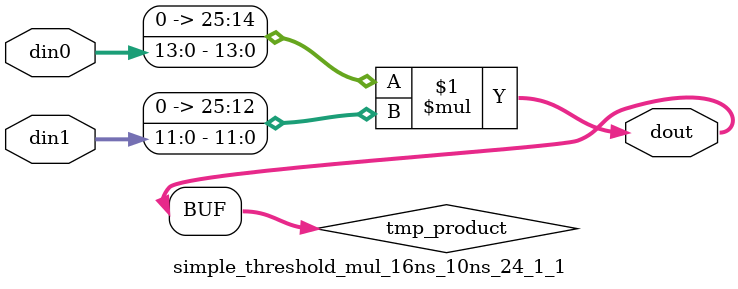
<source format=v>

`timescale 1 ns / 1 ps

  module simple_threshold_mul_16ns_10ns_24_1_1(din0, din1, dout);
parameter ID = 1;
parameter NUM_STAGE = 0;
parameter din0_WIDTH = 14;
parameter din1_WIDTH = 12;
parameter dout_WIDTH = 26;

input [din0_WIDTH - 1 : 0] din0; 
input [din1_WIDTH - 1 : 0] din1; 
output [dout_WIDTH - 1 : 0] dout;

wire signed [dout_WIDTH - 1 : 0] tmp_product;










assign tmp_product = $signed({1'b0, din0}) * $signed({1'b0, din1});











assign dout = tmp_product;







endmodule

</source>
